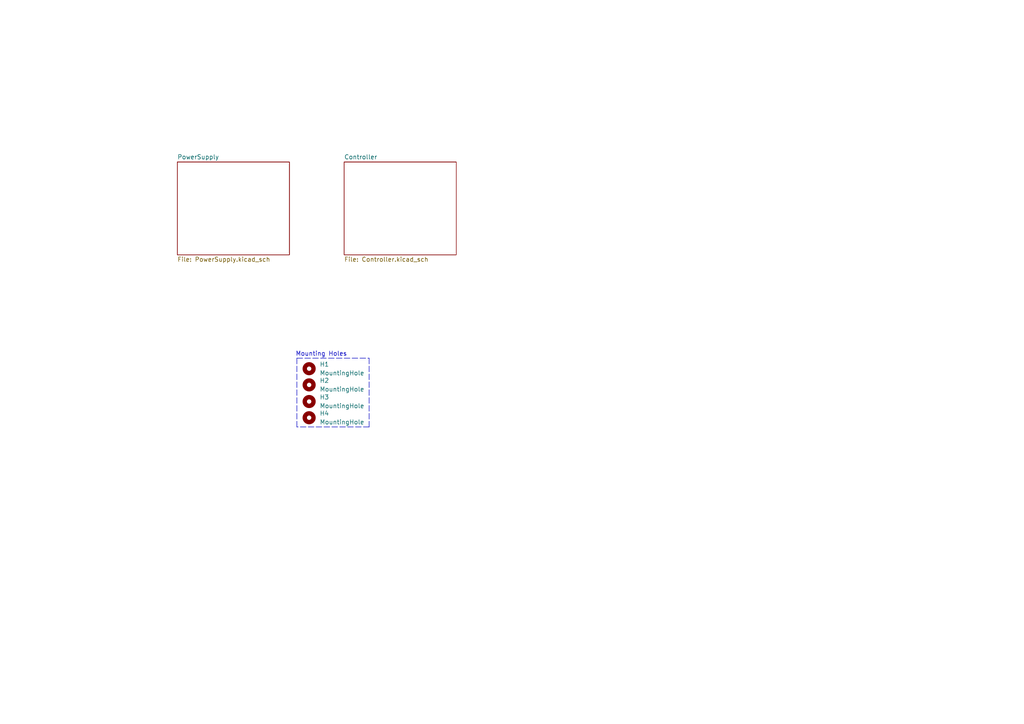
<source format=kicad_sch>
(kicad_sch (version 20211123) (generator eeschema)
  (paper "A4")
  (title_block (title "Main") (date "2024-05-13"))
  (lib_symbols
    (symbol "Mechanical:MountingHole" (pin_names (offset 1.016))
      (property "Reference" "H" (at 0 5.08 0))
      (property "Value" "MountingHole" (at 0 3.175 0))
      (symbol "MountingHole_0_1"
        (circle (center 0 0) (radius 1.27) (stroke (width 1.27)))
      )
    )
  )
  (polyline (pts (xy 86.106 103.886) (xy 107.061 103.886)))
  (polyline (pts (xy 107.061 103.886) (xy 107.061 123.825)))
  (polyline (pts (xy 107.061 123.825) (xy 86.106 123.825)))
  (polyline (pts (xy 86.106 103.886) (xy 86.106 123.825)))
  (text "Mounting Holes" (at 85.725 103.505 0) (effects (font (size 1.27 1.27)) (justify left bottom)))
  (symbol (lib_id "Mechanical:MountingHole") (at 89.662 106.934 0) (unit 1)
    (property "Reference" "H1" (at 92.71 105.6639 0) (effects (justify left)))
    (property "Value" "MountingHole" (at 92.71 108.2039 0) (effects (justify left)))
    (property "Footprint" "MountingHole:MountingHole_2.1mm" (effects hide))
  )
  (symbol (lib_id "Mechanical:MountingHole") (at 89.662 116.459 0) (unit 1)
    (property "Reference" "H3" (at 92.71 115.1889 0) (effects (justify left)))
    (property "Value" "MountingHole" (at 92.71 117.7289 0) (effects (justify left)))
    (property "Footprint" "MountingHole:MountingHole_2.1mm" (effects hide))
  )
  (symbol (lib_id "Mechanical:MountingHole") (at 89.662 121.158 0) (unit 1)
    (property "Reference" "H4" (at 92.71 119.8879 0) (effects (justify left)))
    (property "Value" "MountingHole" (at 92.71 122.4279 0) (effects (justify left)))
    (property "Footprint" "MountingHole:MountingHole_2.1mm" (effects hide))
  )
  (symbol (lib_id "Mechanical:MountingHole") (at 89.662 111.633 0) (unit 1)
    (property "Reference" "H2" (at 92.71 110.3629 0) (effects (justify left)))
    (property "Value" "MountingHole" (at 92.71 112.9029 0) (effects (justify left)))
    (property "Footprint" "MountingHole:MountingHole_2.1mm" (effects hide))
  )
  (sheet (at 51.435 46.99) (size 32.512 26.924) (stroke (width 0.1524))
    (property "Sheet name" "PowerSupply" (at 51.435 46.2784 0) (effects (justify left bottom)))
    (property "Sheet file" "PowerSupply.kicad_sch" (at 51.435 74.4986 0) (effects (justify left top)))
  )
  (sheet (at 99.822 46.99) (size 32.512 26.924) (stroke (width 0.1524))
    (property "Sheet name" "Controller" (at 99.822 46.2784 0) (effects (justify left bottom)))
    (property "Sheet file" "Controller.kicad_sch" (at 99.822 74.4986 0) (effects (justify left top)))
  )
)
</source>
